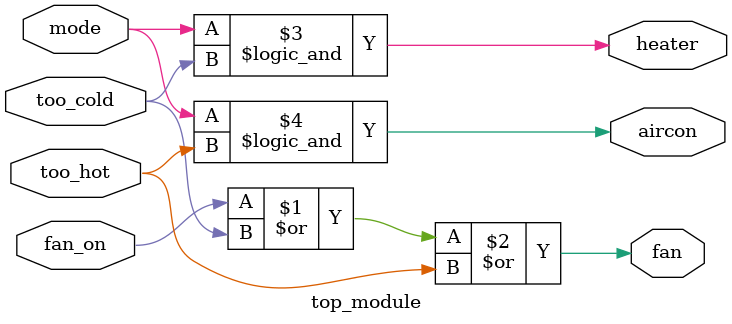
<source format=sv>
module top_module(
	input mode,
	input too_cold, 
	input too_hot,
	input fan_on,
	output heater,
	output aircon,
	output fan
);

// Control the fan
assign fan = (fan_on | too_cold | too_hot);

// Control the heater
assign heater = (mode && too_cold);

// Control the aircon
assign aircon = (mode && too_hot);

endmodule

</source>
